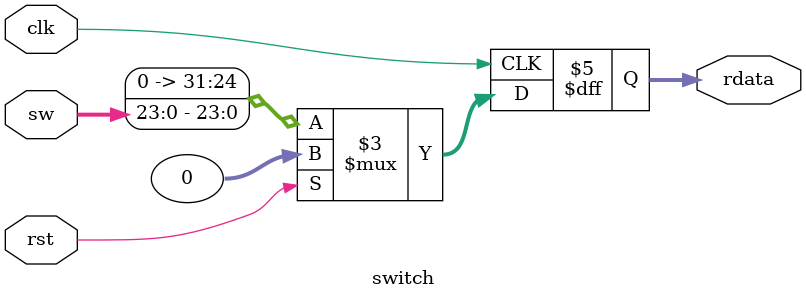
<source format=v>
`include "defines.vh"

module switch (
    input  wire clk, 
    input  wire rst, 
    input  wire [23:0]  sw, 
    output reg [31:0] rdata
);

    always @(posedge clk) begin
        if (rst) begin
            rdata <= 32'b0;
        end else begin
            rdata <= {8'b0, sw};
        end
    end

endmodule 
</source>
